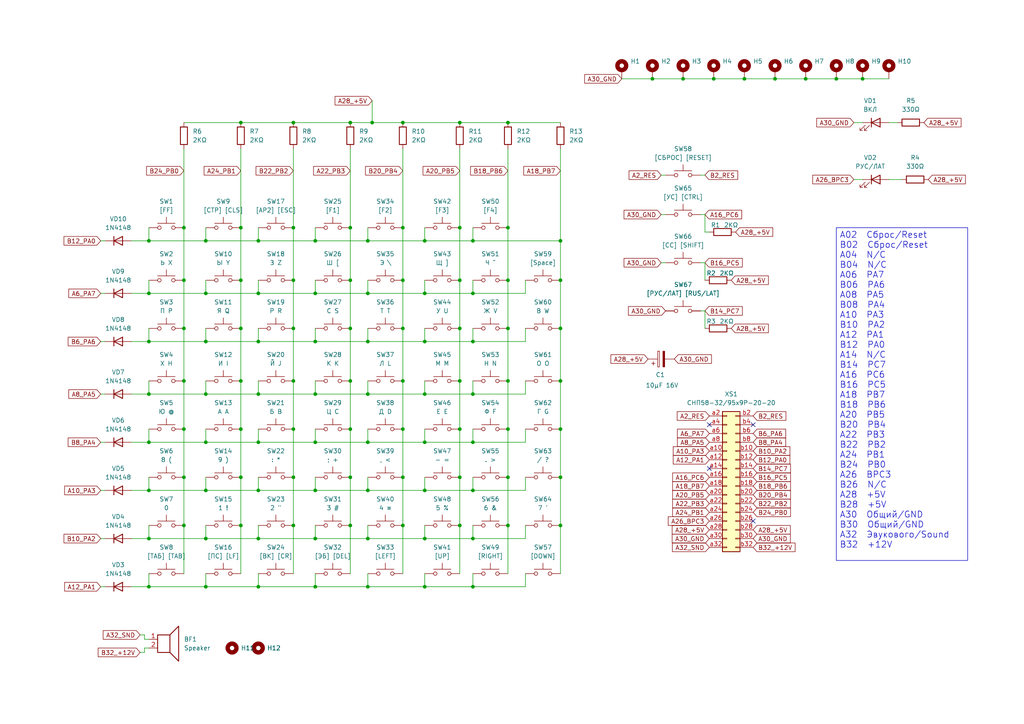
<source format=kicad_sch>
(kicad_sch (version 20250114) (generator "eeschema") (generator_version "9.0")
  (paper "A4")
  (title_block (title "Replacement Keyboad for УМПК-Р") (date "21-Apr-2025") (rev "B") (company "Brett Hallen") (comment 1 "www.youtube.com/@brfff"))
  (text_box "A02  Сброс/Reset\nB02  Сброс/Reset\nA04  N/C\nB04  N/C\nA06  PA7	\nB06  PA6\nA08  PA5\nB08  PA4\nA10  PA3\nB10  PA2\nA12  PA1\nB12  PA0\nA14  N/C\nB14  PC7\nA16  PC6\nB16  PC5\nA18  PB7\nB18  PB6\nA20  PB5\nB20  PB4\nA22  PB3\nB22  PB2\nA24  PB1\nB24  PB0\nA26  BPC3\nB26  N/C\nA28  +5V\nB28  +5V\nA30  Общий/GND\nB30  Общий/GND\nA32  Эвукового/Sound\nB32  +12V" (at 242.57 66.04 0) (size 38.1 96.52) (margins 0.9525 0.9525 0.9525 0.9525) (effects (font (size 1.8 1.8)) (justify left top)))
  (junction (at 85.09 95.25))
  (junction (at 106.68 69.85))
  (junction (at 43.18 69.85))
  (junction (at 69.85 95.25))
  (junction (at 137.16 69.85))
  (junction (at 162.56 124.46))
  (junction (at 91.44 114.3))
  (junction (at 147.32 152.4))
  (junction (at 43.18 99.06))
  (junction (at 91.44 142.24))
  (junction (at 137.16 128.27))
  (junction (at 53.34 95.25))
  (junction (at 69.85 138.43))
  (junction (at 106.68 170.18))
  (junction (at 59.69 99.06))
  (junction (at 101.6 35.56))
  (junction (at 116.84 110.49))
  (junction (at 116.84 81.28))
  (junction (at 215.9 22.86))
  (junction (at 74.93 114.3))
  (junction (at 91.44 99.06))
  (junction (at 69.85 66.04))
  (junction (at 43.18 142.24))
  (junction (at 116.84 124.46))
  (junction (at 59.69 128.27))
  (junction (at 101.6 124.46))
  (junction (at 43.18 156.21))
  (junction (at 101.6 138.43))
  (junction (at 101.6 152.4))
  (junction (at 59.69 170.18))
  (junction (at 91.44 128.27))
  (junction (at 133.35 138.43))
  (junction (at 53.34 152.4))
  (junction (at 53.34 110.49))
  (junction (at 116.84 138.43))
  (junction (at 123.19 170.18))
  (junction (at 116.84 66.04))
  (junction (at 162.56 69.85))
  (junction (at 242.57 22.86))
  (junction (at 74.93 156.21))
  (junction (at 74.93 85.09))
  (junction (at 147.32 66.04))
  (junction (at 224.79 22.86))
  (junction (at 137.16 99.06))
  (junction (at 106.68 99.06))
  (junction (at 43.18 128.27))
  (junction (at 85.09 138.43))
  (junction (at 137.16 85.09))
  (junction (at 162.56 81.28))
  (junction (at 147.32 81.28))
  (junction (at 147.32 138.43))
  (junction (at 147.32 110.49))
  (junction (at 59.69 85.09))
  (junction (at 123.19 85.09))
  (junction (at 85.09 110.49))
  (junction (at 116.84 152.4))
  (junction (at 162.56 95.25))
  (junction (at 162.56 152.4))
  (junction (at 101.6 110.49))
  (junction (at 133.35 110.49))
  (junction (at 43.18 170.18))
  (junction (at 116.84 95.25))
  (junction (at 101.6 81.28))
  (junction (at 91.44 170.18))
  (junction (at 207.01 22.86))
  (junction (at 74.93 69.85))
  (junction (at 69.85 152.4))
  (junction (at 233.68 22.86))
  (junction (at 116.84 35.56))
  (junction (at 123.19 156.21))
  (junction (at 69.85 81.28))
  (junction (at 69.85 35.56))
  (junction (at 91.44 156.21))
  (junction (at 85.09 35.56))
  (junction (at 137.16 142.24))
  (junction (at 91.44 69.85))
  (junction (at 69.85 124.46))
  (junction (at 59.69 142.24))
  (junction (at 74.93 170.18))
  (junction (at 106.68 142.24))
  (junction (at 123.19 142.24))
  (junction (at 162.56 138.43))
  (junction (at 250.19 22.86))
  (junction (at 43.18 85.09))
  (junction (at 53.34 66.04))
  (junction (at 59.69 69.85))
  (junction (at 123.19 69.85))
  (junction (at 53.34 138.43))
  (junction (at 162.56 110.49))
  (junction (at 123.19 128.27))
  (junction (at 74.93 99.06))
  (junction (at 123.19 99.06))
  (junction (at 133.35 35.56))
  (junction (at 133.35 124.46))
  (junction (at 85.09 152.4))
  (junction (at 133.35 66.04))
  (junction (at 101.6 95.25))
  (junction (at 106.68 156.21))
  (junction (at 59.69 156.21))
  (junction (at 69.85 110.49))
  (junction (at 147.32 95.25))
  (junction (at 147.32 124.46))
  (junction (at 85.09 81.28))
  (junction (at 133.35 95.25))
  (junction (at 106.68 114.3))
  (junction (at 91.44 85.09))
  (junction (at 53.34 124.46))
  (junction (at 85.09 124.46))
  (junction (at 74.93 128.27))
  (junction (at 133.35 152.4))
  (junction (at 101.6 66.04))
  (junction (at 53.34 81.28))
  (junction (at 106.68 128.27))
  (junction (at 137.16 114.3))
  (junction (at 85.09 66.04))
  (junction (at 137.16 156.21))
  (junction (at 189.23 22.86))
  (junction (at 137.16 170.18))
  (junction (at 43.18 114.3))
  (junction (at 123.19 114.3))
  (junction (at 59.69 114.3))
  (junction (at 133.35 81.28))
  (junction (at 198.12 22.86))
  (junction (at 147.32 35.56))
  (junction (at 74.93 142.24))
  (junction (at 106.68 85.09))
  (junction (at 107.95 35.56))
  (no_connect (at 218.44 151.13))
  (no_connect (at 218.44 123.19))
  (no_connect (at 205.74 123.19))
  (no_connect (at 205.74 135.89))
  (wire (pts (xy 74.93 95.25) (xy 74.93 99.06)))
  (wire (pts (xy 85.09 138.43) (xy 85.09 152.4)))
  (wire (pts (xy 123.19 110.49) (xy 123.19 114.3)))
  (wire (pts (xy 147.32 138.43) (xy 147.32 152.4)))
  (wire (pts (xy 43.18 124.46) (xy 43.18 128.27)))
  (wire (pts (xy 101.6 43.18) (xy 101.6 66.04)))
  (wire (pts (xy 180.34 22.86) (xy 189.23 22.86)))
  (wire (pts (xy 106.68 142.24) (xy 123.19 142.24)))
  (wire (pts (xy 133.35 35.56) (xy 147.32 35.56)))
  (wire (pts (xy 242.57 22.86) (xy 250.19 22.86)))
  (wire (pts (xy 137.16 152.4) (xy 137.16 156.21)))
  (wire (pts (xy 43.18 156.21) (xy 59.69 156.21)))
  (wire (pts (xy 137.16 110.49) (xy 137.16 114.3)))
  (wire (pts (xy 91.44 166.37) (xy 91.44 170.18)))
  (wire (pts (xy 53.34 152.4) (xy 53.34 166.37)))
  (wire (pts (xy 116.84 35.56) (xy 133.35 35.56)))
  (wire (pts (xy 101.6 138.43) (xy 101.6 152.4)))
  (wire (pts (xy 29.21 156.21) (xy 30.48 156.21)))
  (wire (pts (xy 162.56 152.4) (xy 162.56 166.37)))
  (wire (pts (xy 38.1 85.09) (xy 43.18 85.09)))
  (wire (pts (xy 38.1 99.06) (xy 43.18 99.06)))
  (wire (pts (xy 116.84 81.28) (xy 116.84 95.25)))
  (wire (pts (xy 116.84 138.43) (xy 116.84 152.4)))
  (wire (pts (xy 43.18 114.3) (xy 59.69 114.3)))
  (wire (pts (xy 162.56 43.18) (xy 162.56 69.85)))
  (wire (pts (xy 215.9 22.86) (xy 224.79 22.86)))
  (wire (pts (xy 133.35 110.49) (xy 133.35 124.46)))
  (wire (pts (xy 152.4 170.18) (xy 152.4 166.37)))
  (wire (pts (xy 69.85 138.43) (xy 69.85 152.4)))
  (wire (pts (xy 204.47 90.17) (xy 204.47 95.25)))
  (wire (pts (xy 85.09 110.49) (xy 85.09 124.46)))
  (wire (pts (xy 53.34 110.49) (xy 53.34 124.46)))
  (wire (pts (xy 59.69 128.27) (xy 74.93 128.27)))
  (wire (pts (xy 162.56 69.85) (xy 162.56 81.28)))
  (wire (pts (xy 137.16 124.46) (xy 137.16 128.27)))
  (wire (pts (xy 203.2 90.17) (xy 204.47 90.17)))
  (wire (pts (xy 85.09 124.46) (xy 85.09 138.43)))
  (wire (pts (xy 133.35 43.18) (xy 133.35 66.04)))
  (wire (pts (xy 137.16 138.43) (xy 137.16 142.24)))
  (wire (pts (xy 162.56 95.25) (xy 162.56 110.49)))
  (wire (pts (xy 137.16 170.18) (xy 152.4 170.18)))
  (wire (pts (xy 43.18 142.24) (xy 59.69 142.24)))
  (wire (pts (xy 69.85 35.56) (xy 85.09 35.56)))
  (wire (pts (xy 74.93 152.4) (xy 74.93 156.21)))
  (wire (pts (xy 91.44 81.28) (xy 91.44 85.09)))
  (wire (pts (xy 133.35 152.4) (xy 133.35 166.37)))
  (wire (pts (xy 59.69 138.43) (xy 59.69 142.24)))
  (wire (pts (xy 59.69 170.18) (xy 74.93 170.18)))
  (wire (pts (xy 101.6 81.28) (xy 101.6 95.25)))
  (wire (pts (xy 101.6 35.56) (xy 107.95 35.56)))
  (wire (pts (xy 91.44 69.85) (xy 106.68 69.85)))
  (wire (pts (xy 162.56 110.49) (xy 162.56 124.46)))
  (wire (pts (xy 147.32 43.18) (xy 147.32 66.04)))
  (wire (pts (xy 147.32 124.46) (xy 147.32 138.43)))
  (wire (pts (xy 116.84 152.4) (xy 116.84 166.37)))
  (wire (pts (xy 116.84 66.04) (xy 116.84 81.28)))
  (wire (pts (xy 204.47 62.23) (xy 203.2 62.23)))
  (wire (pts (xy 106.68 128.27) (xy 123.19 128.27)))
  (wire (pts (xy 137.16 142.24) (xy 152.4 142.24)))
  (wire (pts (xy 43.18 110.49) (xy 43.18 114.3)))
  (wire (pts (xy 41.91 189.23) (xy 41.91 187.96)))
  (wire (pts (xy 147.32 110.49) (xy 147.32 124.46)))
  (wire (pts (xy 74.93 110.49) (xy 74.93 114.3)))
  (wire (pts (xy 38.1 170.18) (xy 43.18 170.18)))
  (wire (pts (xy 101.6 124.46) (xy 101.6 138.43)))
  (wire (pts (xy 29.21 85.09) (xy 30.48 85.09)))
  (wire (pts (xy 106.68 114.3) (xy 123.19 114.3)))
  (wire (pts (xy 137.16 99.06) (xy 152.4 99.06)))
  (wire (pts (xy 204.47 62.23) (xy 204.47 67.31)))
  (wire (pts (xy 69.85 95.25) (xy 69.85 110.49)))
  (wire (pts (xy 106.68 156.21) (xy 123.19 156.21)))
  (wire (pts (xy 152.4 114.3) (xy 152.4 110.49)))
  (wire (pts (xy 38.1 128.27) (xy 43.18 128.27)))
  (wire (pts (xy 41.91 185.42) (xy 43.18 185.42)))
  (wire (pts (xy 59.69 114.3) (xy 74.93 114.3)))
  (wire (pts (xy 53.34 81.28) (xy 53.34 95.25)))
  (wire (pts (xy 147.32 35.56) (xy 162.56 35.56)))
  (wire (pts (xy 152.4 99.06) (xy 152.4 95.25)))
  (wire (pts (xy 123.19 85.09) (xy 137.16 85.09)))
  (wire (pts (xy 106.68 138.43) (xy 106.68 142.24)))
  (wire (pts (xy 69.85 110.49) (xy 69.85 124.46)))
  (wire (pts (xy 123.19 124.46) (xy 123.19 128.27)))
  (wire (pts (xy 91.44 110.49) (xy 91.44 114.3)))
  (wire (pts (xy 133.35 124.46) (xy 133.35 138.43)))
  (wire (pts (xy 106.68 99.06) (xy 123.19 99.06)))
  (wire (pts (xy 106.68 85.09) (xy 123.19 85.09)))
  (wire (pts (xy 133.35 95.25) (xy 133.35 110.49)))
  (wire (pts (xy 29.21 99.06) (xy 30.48 99.06)))
  (wire (pts (xy 123.19 156.21) (xy 137.16 156.21)))
  (wire (pts (xy 162.56 124.46) (xy 162.56 138.43)))
  (wire (pts (xy 250.19 22.86) (xy 257.81 22.86)))
  (wire (pts (xy 91.44 170.18) (xy 106.68 170.18)))
  (wire (pts (xy 43.18 128.27) (xy 59.69 128.27)))
  (wire (pts (xy 53.34 43.18) (xy 53.34 66.04)))
  (wire (pts (xy 59.69 81.28) (xy 59.69 85.09)))
  (wire (pts (xy 74.93 166.37) (xy 74.93 170.18)))
  (wire (pts (xy 106.68 170.18) (xy 123.19 170.18)))
  (wire (pts (xy 69.85 124.46) (xy 69.85 138.43)))
  (wire (pts (xy 69.85 152.4) (xy 69.85 166.37)))
  (wire (pts (xy 123.19 128.27) (xy 137.16 128.27)))
  (wire (pts (xy 106.68 81.28) (xy 106.68 85.09)))
  (wire (pts (xy 116.84 124.46) (xy 116.84 138.43)))
  (wire (pts (xy 116.84 110.49) (xy 116.84 124.46)))
  (wire (pts (xy 29.21 114.3) (xy 30.48 114.3)))
  (wire (pts (xy 137.16 166.37) (xy 137.16 170.18)))
  (wire (pts (xy 250.19 35.56) (xy 247.65 35.56)))
  (wire (pts (xy 40.64 189.23) (xy 41.91 189.23)))
  (wire (pts (xy 101.6 95.25) (xy 101.6 110.49)))
  (wire (pts (xy 74.93 138.43) (xy 74.93 142.24)))
  (wire (pts (xy 91.44 99.06) (xy 106.68 99.06)))
  (wire (pts (xy 250.19 52.07) (xy 247.65 52.07)))
  (wire (pts (xy 29.21 69.85) (xy 30.48 69.85)))
  (wire (pts (xy 41.91 187.96) (xy 43.18 187.96)))
  (wire (pts (xy 69.85 43.18) (xy 69.85 66.04)))
  (wire (pts (xy 257.81 35.56) (xy 260.35 35.56)))
  (wire (pts (xy 59.69 95.25) (xy 59.69 99.06)))
  (wire (pts (xy 74.93 156.21) (xy 91.44 156.21)))
  (wire (pts (xy 101.6 152.4) (xy 101.6 166.37)))
  (wire (pts (xy 43.18 69.85) (xy 59.69 69.85)))
  (wire (pts (xy 74.93 85.09) (xy 91.44 85.09)))
  (wire (pts (xy 74.93 124.46) (xy 74.93 128.27)))
  (wire (pts (xy 137.16 81.28) (xy 137.16 85.09)))
  (wire (pts (xy 207.01 22.86) (xy 215.9 22.86)))
  (wire (pts (xy 69.85 66.04) (xy 69.85 81.28)))
  (wire (pts (xy 137.16 128.27) (xy 152.4 128.27)))
  (wire (pts (xy 123.19 66.04) (xy 123.19 69.85)))
  (wire (pts (xy 41.91 184.15) (xy 41.91 185.42)))
  (wire (pts (xy 59.69 85.09) (xy 74.93 85.09)))
  (wire (pts (xy 133.35 66.04) (xy 133.35 81.28)))
  (wire (pts (xy 257.81 52.07) (xy 261.62 52.07)))
  (wire (pts (xy 147.32 152.4) (xy 147.32 166.37)))
  (wire (pts (xy 137.16 69.85) (xy 162.56 69.85)))
  (wire (pts (xy 74.93 99.06) (xy 91.44 99.06)))
  (wire (pts (xy 59.69 124.46) (xy 59.69 128.27)))
  (wire (pts (xy 85.09 152.4) (xy 85.09 166.37)))
  (wire (pts (xy 123.19 152.4) (xy 123.19 156.21)))
  (wire (pts (xy 147.32 66.04) (xy 147.32 81.28)))
  (wire (pts (xy 85.09 66.04) (xy 85.09 81.28)))
  (wire (pts (xy 91.44 114.3) (xy 106.68 114.3)))
  (wire (pts (xy 116.84 95.25) (xy 116.84 110.49)))
  (wire (pts (xy 91.44 124.46) (xy 91.44 128.27)))
  (wire (pts (xy 59.69 152.4) (xy 59.69 156.21)))
  (wire (pts (xy 101.6 110.49) (xy 101.6 124.46)))
  (wire (pts (xy 204.47 50.8) (xy 203.2 50.8)))
  (wire (pts (xy 53.34 66.04) (xy 53.34 81.28)))
  (wire (pts (xy 91.44 95.25) (xy 91.44 99.06)))
  (wire (pts (xy 152.4 156.21) (xy 152.4 152.4)))
  (wire (pts (xy 74.93 142.24) (xy 91.44 142.24)))
  (wire (pts (xy 74.93 69.85) (xy 91.44 69.85)))
  (wire (pts (xy 43.18 95.25) (xy 43.18 99.06)))
  (wire (pts (xy 152.4 128.27) (xy 152.4 124.46)))
  (wire (pts (xy 106.68 69.85) (xy 123.19 69.85)))
  (wire (pts (xy 152.4 142.24) (xy 152.4 138.43)))
  (wire (pts (xy 107.95 29.21) (xy 107.95 35.56)))
  (wire (pts (xy 123.19 142.24) (xy 137.16 142.24)))
  (wire (pts (xy 59.69 142.24) (xy 74.93 142.24)))
  (wire (pts (xy 106.68 95.25) (xy 106.68 99.06)))
  (wire (pts (xy 29.21 128.27) (xy 30.48 128.27)))
  (wire (pts (xy 43.18 81.28) (xy 43.18 85.09)))
  (wire (pts (xy 204.47 67.31) (xy 205.74 67.31)))
  (wire (pts (xy 191.77 62.23) (xy 193.04 62.23)))
  (wire (pts (xy 59.69 166.37) (xy 59.69 170.18)))
  (wire (pts (xy 85.09 81.28) (xy 85.09 95.25)))
  (wire (pts (xy 198.12 22.86) (xy 207.01 22.86)))
  (wire (pts (xy 91.44 128.27) (xy 106.68 128.27)))
  (wire (pts (xy 59.69 69.85) (xy 74.93 69.85)))
  (wire (pts (xy 147.32 95.25) (xy 147.32 110.49)))
  (wire (pts (xy 59.69 66.04) (xy 59.69 69.85)))
  (wire (pts (xy 43.18 166.37) (xy 43.18 170.18)))
  (wire (pts (xy 53.34 138.43) (xy 53.34 152.4)))
  (wire (pts (xy 204.47 76.2) (xy 204.47 81.28)))
  (wire (pts (xy 116.84 43.18) (xy 116.84 66.04)))
  (wire (pts (xy 59.69 99.06) (xy 74.93 99.06)))
  (wire (pts (xy 152.4 85.09) (xy 152.4 81.28)))
  (wire (pts (xy 74.93 114.3) (xy 91.44 114.3)))
  (wire (pts (xy 85.09 35.56) (xy 101.6 35.56)))
  (wire (pts (xy 53.34 124.46) (xy 53.34 138.43)))
  (wire (pts (xy 123.19 170.18) (xy 137.16 170.18)))
  (wire (pts (xy 106.68 124.46) (xy 106.68 128.27)))
  (wire (pts (xy 74.93 81.28) (xy 74.93 85.09)))
  (wire (pts (xy 91.44 142.24) (xy 106.68 142.24)))
  (wire (pts (xy 137.16 156.21) (xy 152.4 156.21)))
  (wire (pts (xy 91.44 138.43) (xy 91.44 142.24)))
  (wire (pts (xy 43.18 66.04) (xy 43.18 69.85)))
  (wire (pts (xy 53.34 35.56) (xy 69.85 35.56)))
  (wire (pts (xy 106.68 66.04) (xy 106.68 69.85)))
  (wire (pts (xy 123.19 166.37) (xy 123.19 170.18)))
  (wire (pts (xy 137.16 95.25) (xy 137.16 99.06)))
  (wire (pts (xy 191.77 50.8) (xy 193.04 50.8)))
  (wire (pts (xy 74.93 128.27) (xy 91.44 128.27)))
  (wire (pts (xy 224.79 22.86) (xy 233.68 22.86)))
  (wire (pts (xy 137.16 85.09) (xy 152.4 85.09)))
  (wire (pts (xy 107.95 35.56) (xy 116.84 35.56)))
  (wire (pts (xy 123.19 69.85) (xy 137.16 69.85)))
  (wire (pts (xy 123.19 138.43) (xy 123.19 142.24)))
  (wire (pts (xy 191.77 76.2) (xy 193.04 76.2)))
  (wire (pts (xy 69.85 81.28) (xy 69.85 95.25)))
  (wire (pts (xy 91.44 66.04) (xy 91.44 69.85)))
  (wire (pts (xy 106.68 110.49) (xy 106.68 114.3)))
  (wire (pts (xy 91.44 152.4) (xy 91.44 156.21)))
  (wire (pts (xy 91.44 85.09) (xy 106.68 85.09)))
  (wire (pts (xy 123.19 95.25) (xy 123.19 99.06)))
  (wire (pts (xy 106.68 166.37) (xy 106.68 170.18)))
  (wire (pts (xy 147.32 81.28) (xy 147.32 95.25)))
  (wire (pts (xy 189.23 22.86) (xy 198.12 22.86)))
  (wire (pts (xy 29.21 170.18) (xy 30.48 170.18)))
  (wire (pts (xy 101.6 66.04) (xy 101.6 81.28)))
  (wire (pts (xy 29.21 142.24) (xy 30.48 142.24)))
  (wire (pts (xy 233.68 22.86) (xy 242.57 22.86)))
  (wire (pts (xy 53.34 95.25) (xy 53.34 110.49)))
  (wire (pts (xy 43.18 138.43) (xy 43.18 142.24)))
  (wire (pts (xy 123.19 99.06) (xy 137.16 99.06)))
  (wire (pts (xy 38.1 156.21) (xy 43.18 156.21)))
  (wire (pts (xy 137.16 114.3) (xy 152.4 114.3)))
  (wire (pts (xy 85.09 95.25) (xy 85.09 110.49)))
  (wire (pts (xy 106.68 152.4) (xy 106.68 156.21)))
  (wire (pts (xy 43.18 99.06) (xy 59.69 99.06)))
  (wire (pts (xy 133.35 138.43) (xy 133.35 152.4)))
  (wire (pts (xy 204.47 76.2) (xy 203.2 76.2)))
  (wire (pts (xy 59.69 156.21) (xy 74.93 156.21)))
  (wire (pts (xy 123.19 114.3) (xy 137.16 114.3)))
  (wire (pts (xy 74.93 170.18) (xy 91.44 170.18)))
  (wire (pts (xy 38.1 142.24) (xy 43.18 142.24)))
  (wire (pts (xy 162.56 138.43) (xy 162.56 152.4)))
  (wire (pts (xy 162.56 81.28) (xy 162.56 95.25)))
  (wire (pts (xy 59.69 110.49) (xy 59.69 114.3)))
  (wire (pts (xy 74.93 66.04) (xy 74.93 69.85)))
  (wire (pts (xy 133.35 81.28) (xy 133.35 95.25)))
  (wire (pts (xy 43.18 152.4) (xy 43.18 156.21)))
  (wire (pts (xy 38.1 114.3) (xy 43.18 114.3)))
  (wire (pts (xy 43.18 170.18) (xy 59.69 170.18)))
  (wire (pts (xy 43.18 85.09) (xy 59.69 85.09)))
  (wire (pts (xy 123.19 81.28) (xy 123.19 85.09)))
  (wire (pts (xy 40.64 184.15) (xy 41.91 184.15)))
  (wire (pts (xy 38.1 69.85) (xy 43.18 69.85)))
  (wire (pts (xy 91.44 156.21) (xy 106.68 156.21)))
  (wire (pts (xy 137.16 66.04) (xy 137.16 69.85)))
  (wire (pts (xy 85.09 43.18) (xy 85.09 66.04)))
  (global_label "B12_PA0" (shape input) (at 218.44 133.35 0) (property "Intersheetrefs" "${INTERSHEET_REFS}" (effects (hide yes))))
  (global_label "A16_PC6" (shape input) (at 205.74 138.43 180) (property "Intersheetrefs" "${INTERSHEET_REFS}" (effects (hide yes))))
  (global_label "B32_+12V" (shape input) (at 218.44 158.75 0) (property "Intersheetrefs" "${INTERSHEET_REFS}" (effects (hide yes))))
  (global_label "A22_PB3" (shape input) (at 101.6 49.53 180) (property "Intersheetrefs" "${INTERSHEET_REFS}" (effects (hide yes))))
  (global_label "A6_PA7" (shape input) (at 205.74 125.73 180) (property "Intersheetrefs" "${INTERSHEET_REFS}" (effects (hide yes))))
  (global_label "A32_SND" (shape input) (at 205.74 158.75 180) (property "Intersheetrefs" "${INTERSHEET_REFS}" (effects (hide yes))))
  (global_label "B24_PB0" (shape input) (at 53.34 49.53 180) (property "Intersheetrefs" "${INTERSHEET_REFS}" (effects (hide yes))))
  (global_label "A30_GND" (shape input) (at 205.74 156.21 180) (property "Intersheetrefs" "${INTERSHEET_REFS}" (effects (hide yes))))
  (global_label "B2_RES" (shape input) (at 204.47 50.8 0) (property "Intersheetrefs" "${INTERSHEET_REFS}" (effects (hide yes))))
  (global_label "A26_BPC3" (shape input) (at 247.65 52.07 180) (property "Intersheetrefs" "${INTERSHEET_REFS}" (effects (hide yes))))
  (global_label "B20_PB4" (shape input) (at 218.44 143.51 0) (property "Intersheetrefs" "${INTERSHEET_REFS}" (effects (hide yes))))
  (global_label "B18_PB6" (shape input) (at 218.44 140.97 0) (property "Intersheetrefs" "${INTERSHEET_REFS}" (effects (hide yes))))
  (global_label "B20_PB4" (shape input) (at 116.84 49.53 180) (property "Intersheetrefs" "${INTERSHEET_REFS}" (effects (hide yes))))
  (global_label "A2_RES" (shape input) (at 205.74 120.65 180) (property "Intersheetrefs" "${INTERSHEET_REFS}" (effects (hide yes))))
  (global_label "A2_RES" (shape input) (at 191.77 50.8 180) (property "Intersheetrefs" "${INTERSHEET_REFS}" (effects (hide yes))))
  (global_label "A30_GND" (shape input) (at 191.77 76.2 180) (property "Intersheetrefs" "${INTERSHEET_REFS}" (effects (hide yes))))
  (global_label "A10_PA3" (shape input) (at 29.21 142.24 180) (property "Intersheetrefs" "${INTERSHEET_REFS}" (effects (hide yes))))
  (global_label "B16_PC5" (shape input) (at 204.47 76.2 0) (property "Intersheetrefs" "${INTERSHEET_REFS}" (effects (hide yes))))
  (global_label "A28_+5V" (shape input) (at 218.44 153.67 0) (property "Intersheetrefs" "${INTERSHEET_REFS}" (effects (hide yes))))
  (global_label "B14_PC7" (shape input) (at 218.44 135.89 0) (property "Intersheetrefs" "${INTERSHEET_REFS}" (effects (hide yes))))
  (global_label "B12_PA0" (shape input) (at 29.21 69.85 180) (property "Intersheetrefs" "${INTERSHEET_REFS}" (effects (hide yes))))
  (global_label "A6_PA7" (shape input) (at 29.21 85.09 180) (property "Intersheetrefs" "${INTERSHEET_REFS}" (effects (hide yes))))
  (global_label "A18_PB7" (shape input) (at 162.56 49.53 180) (property "Intersheetrefs" "${INTERSHEET_REFS}" (effects (hide yes))))
  (global_label "B24_PB0" (shape input) (at 218.44 148.59 0) (property "Intersheetrefs" "${INTERSHEET_REFS}" (effects (hide yes))))
  (global_label "A12_PA1" (shape input) (at 29.21 170.18 180) (property "Intersheetrefs" "${INTERSHEET_REFS}" (effects (hide yes))))
  (global_label "A28_+5V" (shape input) (at 269.24 52.07 0) (property "Intersheetrefs" "${INTERSHEET_REFS}" (effects (hide yes))))
  (global_label "B22_PB2" (shape input) (at 218.44 146.05 0) (property "Intersheetrefs" "${INTERSHEET_REFS}" (effects (hide yes))))
  (global_label "A28_+5V" (shape input) (at 213.36 67.31 0) (property "Intersheetrefs" "${INTERSHEET_REFS}" (effects (hide yes))))
  (global_label "B8_PA4" (shape input) (at 29.21 128.27 180) (property "Intersheetrefs" "${INTERSHEET_REFS}" (effects (hide yes))))
  (global_label "B2_RES" (shape input) (at 218.44 120.65 0) (property "Intersheetrefs" "${INTERSHEET_REFS}" (effects (hide yes))))
  (global_label "A28_+5V" (shape input) (at 267.97 35.56 0) (property "Intersheetrefs" "${INTERSHEET_REFS}" (effects (hide yes))))
  (global_label "A20_PB5" (shape input) (at 133.35 49.53 180) (property "Intersheetrefs" "${INTERSHEET_REFS}" (effects (hide yes))))
  (global_label "A24_PB1" (shape input) (at 69.85 49.53 180) (property "Intersheetrefs" "${INTERSHEET_REFS}" (effects (hide yes))))
  (global_label "A30_GND" (shape input) (at 180.34 22.86 180) (property "Intersheetrefs" "${INTERSHEET_REFS}" (effects (hide yes))))
  (global_label "B18_PB6" (shape input) (at 147.32 49.53 180) (property "Intersheetrefs" "${INTERSHEET_REFS}" (effects (hide yes))))
  (global_label "B32_+12V" (shape input) (at 40.64 189.23 180) (property "Intersheetrefs" "${INTERSHEET_REFS}" (effects (hide yes))))
  (global_label "A30_GND" (shape input) (at 195.58 104.14 0) (property "Intersheetrefs" "${INTERSHEET_REFS}" (effects (hide yes))))
  (global_label "A26_BPC3" (shape input) (at 205.74 151.13 180) (property "Intersheetrefs" "${INTERSHEET_REFS}" (effects (hide yes))))
  (global_label "A12_PA1" (shape input) (at 205.74 133.35 180) (property "Intersheetrefs" "${INTERSHEET_REFS}" (effects (hide yes))))
  (global_label "A20_PB5" (shape input) (at 205.74 143.51 180) (property "Intersheetrefs" "${INTERSHEET_REFS}" (effects (hide yes))))
  (global_label "A28_+5V" (shape input) (at 212.09 95.25 0) (property "Intersheetrefs" "${INTERSHEET_REFS}" (effects (hide yes))))
  (global_label "A30_GND" (shape input) (at 247.65 35.56 180) (property "Intersheetrefs" "${INTERSHEET_REFS}" (effects (hide yes))))
  (global_label "B22_PB2" (shape input) (at 85.09 49.53 180) (property "Intersheetrefs" "${INTERSHEET_REFS}" (effects (hide yes))))
  (global_label "B16_PC5" (shape input) (at 218.44 138.43 0) (property "Intersheetrefs" "${INTERSHEET_REFS}" (effects (hide yes))))
  (global_label "A28_+5V" (shape input) (at 107.95 29.21 180) (property "Intersheetrefs" "${INTERSHEET_REFS}" (effects (hide yes))))
  (global_label "A24_PB1" (shape input) (at 205.74 148.59 180) (property "Intersheetrefs" "${INTERSHEET_REFS}" (effects (hide yes))))
  (global_label "A30_GND" (shape input) (at 193.04 90.17 180) (property "Intersheetrefs" "${INTERSHEET_REFS}" (effects (hide yes))))
  (global_label "A30_GND" (shape input) (at 191.77 62.23 180) (property "Intersheetrefs" "${INTERSHEET_REFS}" (effects (hide yes))))
  (global_label "B8_PA4" (shape input) (at 218.44 128.27 0) (property "Intersheetrefs" "${INTERSHEET_REFS}" (effects (hide yes))))
  (global_label "A28_+5V" (shape input) (at 187.96 104.14 180) (property "Intersheetrefs" "${INTERSHEET_REFS}" (effects (hide yes))))
  (global_label "A28_+5V" (shape input) (at 205.74 153.67 180) (property "Intersheetrefs" "${INTERSHEET_REFS}" (effects (hide yes))))
  (global_label "A18_PB7" (shape input) (at 205.74 140.97 180) (property "Intersheetrefs" "${INTERSHEET_REFS}" (effects (hide yes))))
  (global_label "A32_SND" (shape input) (at 40.64 184.15 180) (property "Intersheetrefs" "${INTERSHEET_REFS}" (effects (hide yes))))
  (global_label "A16_PC6" (shape input) (at 204.47 62.23 0) (property "Intersheetrefs" "${INTERSHEET_REFS}" (effects (hide yes))))
  (global_label "A22_PB3" (shape input) (at 205.74 146.05 180) (property "Intersheetrefs" "${INTERSHEET_REFS}" (effects (hide yes))))
  (global_label "B6_PA6" (shape input) (at 218.44 125.73 0) (property "Intersheetrefs" "${INTERSHEET_REFS}" (effects (hide yes))))
  (global_label "B6_PA6" (shape input) (at 29.21 99.06 180) (property "Intersheetrefs" "${INTERSHEET_REFS}" (effects (hide yes))))
  (global_label "A8_PA5" (shape input) (at 29.21 114.3 180) (property "Intersheetrefs" "${INTERSHEET_REFS}" (effects (hide yes))))
  (global_label "A28_+5V" (shape input) (at 212.09 81.28 0) (property "Intersheetrefs" "${INTERSHEET_REFS}" (effects (hide yes))))
  (global_label "A8_PA5" (shape input) (at 205.74 128.27 180) (property "Intersheetrefs" "${INTERSHEET_REFS}" (effects (hide yes))))
  (global_label "A10_PA3" (shape input) (at 205.74 130.81 180) (property "Intersheetrefs" "${INTERSHEET_REFS}" (effects (hide yes))))
  (global_label "B10_PA2" (shape input) (at 218.44 130.81 0) (property "Intersheetrefs" "${INTERSHEET_REFS}" (effects (hide yes))))
  (global_label "B14_PC7" (shape input) (at 204.47 90.17 0) (property "Intersheetrefs" "${INTERSHEET_REFS}" (effects (hide yes))))
  (global_label "A30_GND" (shape input) (at 218.44 156.21 0) (property "Intersheetrefs" "${INTERSHEET_REFS}" (effects (hide yes))))
  (global_label "B10_PA2" (shape input) (at 29.21 156.21 180) (property "Intersheetrefs" "${INTERSHEET_REFS}" (effects (hide yes))))
  (symbol (lib_id "Switch:SW_Push") (at 80.01 95.25 0) (unit 1)
    (property "Reference" "SW19" (at 80.01 87.63 0))
    (property "Value" "Р R" (at 80.01 90.17 0))
    (property "Footprint" "PCM_Switch_Keyboard_Cherry_MX:SW_Cherry_MX_PCB_1.00u" (effects (hide yes)))
    (property "Description" "Push button switch, generic, two pins" (effects (hide yes)))
  )
  (symbol (lib_id "Switch:SW_Push") (at 48.26 166.37 0) (unit 1)
    (property "Reference" "SW8" (at 48.26 158.75 0))
    (property "Value" "[ТАБ] [TAB]" (at 48.26 161.29 0))
    (property "Footprint" "PCM_Switch_Keyboard_Cherry_MX:SW_Cherry_MX_PCB_1.00u" (effects (hide yes)))
    (property "Description" "Push button switch, generic, two pins" (effects (hide yes)))
  )
  (symbol (lib_id "Switch:SW_Push") (at 48.26 152.4 0) (unit 1)
    (property "Reference" "SW7" (at 48.26 144.78 0))
    (property "Value" "0" (at 48.26 147.32 0))
    (property "Footprint" "PCM_Switch_Keyboard_Cherry_MX:SW_Cherry_MX_PCB_1.00u" (effects (hide yes)))
    (property "Description" "Push button switch, generic, two pins" (effects (hide yes)))
  )
  (symbol (lib_id "Switch:SW_Push") (at 111.76 95.25 0) (unit 1)
    (property "Reference" "SW36" (at 111.76 87.63 0))
    (property "Value" "Т T" (at 111.76 90.17 0))
    (property "Footprint" "PCM_Switch_Keyboard_Cherry_MX:SW_Cherry_MX_PCB_1.00u" (effects (hide yes)))
    (property "Description" "Push button switch, generic, two pins" (effects (hide yes)))
  )
  (symbol (lib_id "Switch:SW_Push") (at 157.48 138.43 0) (unit 1)
    (property "Reference" "SW63" (at 157.48 130.81 0))
    (property "Value" "/ ?" (at 157.48 133.35 0))
    (property "Footprint" "PCM_Switch_Keyboard_Cherry_MX:SW_Cherry_MX_PCB_1.00u" (effects (hide yes)))
    (property "Description" "Push button switch, generic, two pins" (effects (hide yes)))
  )
  (symbol (lib_id "Switch:SW_Push") (at 111.76 152.4 0) (unit 1)
    (property "Reference" "SW40" (at 111.76 144.78 0))
    (property "Value" "4 ¤" (at 111.76 147.32 0))
    (property "Footprint" "PCM_Switch_Keyboard_Cherry_MX:SW_Cherry_MX_PCB_1.00u" (effects (hide yes)))
    (property "Description" "Push button switch, generic, two pins" (effects (hide yes)))
  )
  (symbol (lib_id "Switch:SW_Push") (at 198.12 90.17 0) (unit 1)
    (property "Reference" "SW67" (at 198.12 82.55 0))
    (property "Value" "[РУС/ЛАТ] [RUS/LAT]" (at 198.12 85.09 0))
    (property "Footprint" "PCM_Switch_Keyboard_Cherry_MX:SW_Cherry_MX_PCB_1.00u" (effects (hide yes)))
    (property "Description" "Push button switch, generic, two pins" (effects (hide yes)))
  )
  (symbol (lib_id "Device:R") (at 85.09 39.37 0) (unit 1)
    (property "Reference" "R8" (at 87.63 38.0999 0) (effects (justify left)))
    (property "Value" "2KΩ" (at 87.63 40.6399 0) (effects (justify left)))
    (property "Footprint" "Resistor_THT:R_Axial_DIN0207_L6.3mm_D2.5mm_P7.62mm_Horizontal" (effects (hide yes)))
    (property "Description" "Resistor" (effects (hide yes)))
  )
  (symbol (lib_id "Mechanical:MountingHole") (at 67.31 187.96 0) (unit 1) (exclude_from_sim yes) (in_bom no)
    (property "Reference" "H11" (at 69.85 187.9599 0) (effects (justify left)))
    (property "Value" "MountingHole" (effects (hide yes)))
    (property "Footprint" "MountingHole:MountingHole_3.2mm_M3" (effects (hide yes)))
    (property "Description" "Mounting Hole without connection" (effects (hide yes)))
  )
  (symbol (lib_id "Switch:SW_Push") (at 111.76 124.46 0) (unit 1)
    (property "Reference" "SW38" (at 111.76 116.84 0))
    (property "Value" "Д D" (at 111.76 119.38 0))
    (property "Footprint" "PCM_Switch_Keyboard_Cherry_MX:SW_Cherry_MX_PCB_1.00u" (effects (hide yes)))
    (property "Description" "Push button switch, generic, two pins" (effects (hide yes)))
  )
  (symbol (lib_id "Switch:SW_Push") (at 96.52 166.37 0) (unit 1)
    (property "Reference" "SW32" (at 96.52 158.75 0))
    (property "Value" "[ЭБ] [DEL]" (at 96.52 161.29 0))
    (property "Footprint" "PCM_Switch_Keyboard_Cherry_MX:SW_Cherry_MX_PCB_1.00u" (effects (hide yes)))
    (property "Description" "Push button switch, generic, two pins" (effects (hide yes)))
  )
  (symbol (lib_id "Switch:SW_Push") (at 142.24 66.04 0) (unit 1)
    (property "Reference" "SW50" (at 142.24 58.42 0))
    (property "Value" "[F4]" (at 142.24 60.96 0))
    (property "Footprint" "PCM_Switch_Keyboard_Cherry_MX:SW_Cherry_MX_PCB_1.00u" (effects (hide yes)))
    (property "Description" "Push button switch, generic, two pins" (effects (hide yes)))
  )
  (symbol (lib_id "Switch:SW_Push") (at 128.27 66.04 0) (unit 1)
    (property "Reference" "SW42" (at 128.27 58.42 0))
    (property "Value" "[F3]" (at 128.27 60.96 0))
    (property "Footprint" "PCM_Switch_Keyboard_Cherry_MX:SW_Cherry_MX_PCB_1.00u" (effects (hide yes)))
    (property "Description" "Push button switch, generic, two pins" (effects (hide yes)))
  )
  (symbol (lib_id "Mechanical:MountingHole_Pad") (at 207.01 20.32 0) (unit 1) (exclude_from_sim yes) (in_bom no)
    (property "Reference" "H4" (at 209.55 17.7799 0) (effects (justify left)))
    (property "Value" "MountingHole_Pad" (effects (hide yes)))
    (property "Footprint" "MountingHole:MountingHole_3.2mm_M3_Pad" (effects (hide yes)))
    (property "Description" "Mounting Hole with connection" (effects (hide yes)))
  )
  (symbol (lib_id "Switch:SW_Push") (at 111.76 110.49 0) (unit 1)
    (property "Reference" "SW37" (at 111.76 102.87 0))
    (property "Value" "Л L" (at 111.76 105.41 0))
    (property "Footprint" "PCM_Switch_Keyboard_Cherry_MX:SW_Cherry_MX_PCB_1.00u" (effects (hide yes)))
    (property "Description" "Push button switch, generic, two pins" (effects (hide yes)))
  )
  (symbol (lib_id "Device:R") (at 116.84 39.37 0) (unit 1)
    (property "Reference" "R10" (at 119.38 38.0999 0) (effects (justify left)))
    (property "Value" "2KΩ" (at 119.38 40.6399 0) (effects (justify left)))
    (property "Footprint" "Resistor_THT:R_Axial_DIN0207_L6.3mm_D2.5mm_P7.62mm_Horizontal" (effects (hide yes)))
    (property "Description" "Resistor" (effects (hide yes)))
  )
  (symbol (lib_id "Switch:SW_Push") (at 128.27 81.28 0) (unit 1)
    (property "Reference" "SW43" (at 128.27 73.66 0))
    (property "Value" "Щ ]" (at 128.27 76.2 0))
    (property "Footprint" "PCM_Switch_Keyboard_Cherry_MX:SW_Cherry_MX_PCB_1.00u" (effects (hide yes)))
    (property "Description" "Push button switch, generic, two pins" (effects (hide yes)))
  )
  (symbol (lib_id "Switch:SW_Push") (at 48.26 95.25 0) (unit 1)
    (property "Reference" "SW3" (at 48.26 87.63 0))
    (property "Value" "П P" (at 48.26 90.17 0))
    (property "Footprint" "PCM_Switch_Keyboard_Cherry_MX:SW_Cherry_MX_PCB_1.00u" (effects (hide yes)))
    (property "Description" "Push button switch, generic, two pins" (effects (hide yes)))
  )
  (symbol (lib_id "Switch:SW_Push") (at 157.48 152.4 0) (unit 1)
    (property "Reference" "SW64" (at 157.48 144.78 0))
    (property "Value" "7 '" (at 157.48 147.32 0))
    (property "Footprint" "PCM_Switch_Keyboard_Cherry_MX:SW_Cherry_MX_PCB_1.00u" (effects (hide yes)))
    (property "Description" "Push button switch, generic, two pins" (effects (hide yes)))
  )
  (symbol (lib_id "Device:D") (at 34.29 85.09 0) (unit 1)
    (property "Reference" "VD9" (at 34.29 78.74 0))
    (property "Value" "1N4148" (at 34.29 81.28 0))
    (property "Footprint" "Diode_THT:D_DO-35_SOD27_P7.62mm_Horizontal" (effects (hide yes)))
    (property "Description" "Diode" (effects (hide yes)))
    (property "Sim.Device" "D" (effects (hide yes)))
    (property "Sim.Pins" "1=K 2=A" (effects (hide yes)))
  )
  (symbol (lib_id "Switch:SW_Push") (at 142.24 138.43 0) (unit 1)
    (property "Reference" "SW55" (at 142.24 130.81 0))
    (property "Value" ". >" (at 142.24 133.35 0))
    (property "Footprint" "PCM_Switch_Keyboard_Cherry_MX:SW_Cherry_MX_PCB_1.00u" (effects (hide yes)))
    (property "Description" "Push button switch, generic, two pins" (effects (hide yes)))
  )
  (symbol (lib_id "Switch:SW_Push") (at 64.77 124.46 0) (unit 1)
    (property "Reference" "SW13" (at 64.77 116.84 0))
    (property "Value" "А A" (at 64.77 119.38 0))
    (property "Footprint" "PCM_Switch_Keyboard_Cherry_MX:SW_Cherry_MX_PCB_1.00u" (effects (hide yes)))
    (property "Description" "Push button switch, generic, two pins" (effects (hide yes)))
  )
  (symbol (lib_id "Switch:SW_Push") (at 64.77 166.37 0) (unit 1)
    (property "Reference" "SW16" (at 64.77 158.75 0))
    (property "Value" "[ПС] [LF]" (at 64.77 161.29 0))
    (property "Footprint" "PCM_Switch_Keyboard_Cherry_MX:SW_Cherry_MX_PCB_1.00u" (effects (hide yes)))
    (property "Description" "Push button switch, generic, two pins" (effects (hide yes)))
  )
  (symbol (lib_id "Device:D") (at 34.29 142.24 0) (unit 1)
    (property "Reference" "VD5" (at 34.29 135.89 0))
    (property "Value" "1N4148" (at 34.29 138.43 0))
    (property "Footprint" "Diode_THT:D_DO-35_SOD27_P7.62mm_Horizontal" (effects (hide yes)))
    (property "Description" "Diode" (effects (hide yes)))
    (property "Sim.Device" "D" (effects (hide yes)))
    (property "Sim.Pins" "1=K 2=A" (effects (hide yes)))
  )
  (symbol (lib_id "Connector:DIN41612_02x16_AB_EvenPins") (at 210.82 138.43 0) (unit 1)
    (property "Reference" "XS1" (at 212.09 114.3 0))
    (property "Value" "СНП58-32/95x9P-20-20" (at 212.09 116.84 0))
    (property "Footprint" "Connector_DIN:DIN41612_B_2x32_Female_Vertical_THT" (effects (hide yes)))
    (property "Description" "DIN41612 connector, double row (AB) even pins only, 02x16, script generated (kicad-library-utils/schlib/autogen/connector/)" (effects (hide yes)))
  )
  (symbol (lib_id "Switch:SW_Push") (at 64.77 110.49 0) (unit 1)
    (property "Reference" "SW12" (at 64.77 102.87 0))
    (property "Value" "И I" (at 64.77 105.41 0))
    (property "Footprint" "PCM_Switch_Keyboard_Cherry_MX:SW_Cherry_MX_PCB_1.00u" (effects (hide yes)))
    (property "Description" "Push button switch, generic, two pins" (effects (hide yes)))
  )
  (symbol (lib_id "Mechanical:MountingHole_Pad") (at 233.68 20.32 0) (unit 1) (exclude_from_sim yes) (in_bom no)
    (property "Reference" "H7" (at 236.22 17.7799 0) (effects (justify left)))
    (property "Value" "MountingHole_Pad" (effects (hide yes)))
    (property "Footprint" "MountingHole:MountingHole_3.2mm_M3_Pad" (effects (hide yes)))
    (property "Description" "Mounting Hole with connection" (effects (hide yes)))
  )
  (symbol (lib_id "Device:R") (at 209.55 67.31 90) (unit 1)
    (property "Reference" "R1" (at 207.518 65.278 90))
    (property "Value" "2KΩ" (at 214.122 65.278 90) (effects (justify left)))
    (property "Footprint" "Resistor_THT:R_Axial_DIN0207_L6.3mm_D2.5mm_P7.62mm_Horizontal" (effects (hide yes)))
    (property "Description" "Resistor" (effects (hide yes)))
  )
  (symbol (lib_id "Switch:SW_Push") (at 128.27 124.46 0) (unit 1)
    (property "Reference" "SW46" (at 128.27 116.84 0))
    (property "Value" "Е E" (at 128.27 119.38 0))
    (property "Footprint" "PCM_Switch_Keyboard_Cherry_MX:SW_Cherry_MX_PCB_1.00u" (effects (hide yes)))
    (property "Description" "Push button switch, generic, two pins" (effects (hide yes)))
  )
  (symbol (lib_id "Switch:SW_Push") (at 142.24 166.37 0) (unit 1)
    (property "Reference" "SW49" (at 142.24 158.75 0))
    (property "Value" "[RIGHT]" (at 142.24 161.29 0))
    (property "Footprint" "PCM_Switch_Keyboard_Cherry_MX:SW_Cherry_MX_PCB_1.00u" (effects (hide yes)))
    (property "Description" "Push button switch, generic, two pins" (effects (hide yes)))
  )
  (symbol (lib_id "Switch:SW_Push") (at 128.27 166.37 0) (unit 1)
    (property "Reference" "SW41" (at 128.27 158.75 0))
    (property "Value" "[UP]" (at 128.27 161.29 0))
    (property "Footprint" "PCM_Switch_Keyboard_Cherry_MX:SW_Cherry_MX_PCB_1.00u" (effects (hide yes)))
    (property "Description" "Push button switch, generic, two pins" (effects (hide yes)))
  )
  (symbol (lib_id "Mechanical:MountingHole") (at 74.93 187.96 0) (unit 1) (exclude_from_sim yes) (in_bom no)
    (property "Reference" "H12" (at 77.47 187.9599 0) (effects (justify left)))
    (property "Value" "MountingHole" (effects (hide yes)))
    (property "Footprint" "MountingHole:MountingHole_3.2mm_M3" (effects (hide yes)))
    (property "Description" "Mounting Hole without connection" (effects (hide yes)))
  )
  (symbol (lib_id "Mechanical:MountingHole_Pad") (at 224.79 20.32 0) (unit 1) (exclude_from_sim yes) (in_bom no)
    (property "Reference" "H6" (at 227.33 17.7799 0) (effects (justify left)))
    (property "Value" "MountingHole_Pad" (effects (hide yes)))
    (property "Footprint" "MountingHole:MountingHole_3.2mm_M3_Pad" (effects (hide yes)))
    (property "Description" "Mounting Hole with connection" (effects (hide yes)))
  )
  (symbol (lib_id "Device:D") (at 34.29 69.85 0) (unit 1)
    (property "Reference" "VD10" (at 34.29 63.5 0))
    (property "Value" "1N4148" (at 34.29 66.04 0))
    (property "Footprint" "Diode_THT:D_DO-35_SOD27_P7.62mm_Horizontal" (effects (hide yes)))
    (property "Description" "Diode" (effects (hide yes)))
    (property "Sim.Device" "D" (effects (hide yes)))
    (property "Sim.Pins" "1=K 2=A" (effects (hide yes)))
  )
  (symbol (lib_id "Switch:SW_Push") (at 48.26 81.28 0) (unit 1)
    (property "Reference" "SW2" (at 48.26 73.66 0))
    (property "Value" "Ь X" (at 48.26 76.2 0))
    (property "Footprint" "PCM_Switch_Keyboard_Cherry_MX:SW_Cherry_MX_PCB_1.00u" (effects (hide yes)))
    (property "Description" "Push button switch, generic, two pins" (effects (hide yes)))
  )
  (symbol (lib_id "Device:R") (at 208.28 95.25 90) (unit 1)
    (property "Reference" "R3" (at 206.248 93.218 90))
    (property "Value" "2KΩ" (at 212.852 93.218 90) (effects (justify left)))
    (property "Footprint" "Resistor_THT:R_Axial_DIN0207_L6.3mm_D2.5mm_P7.62mm_Horizontal" (effects (hide yes)))
    (property "Description" "Resistor" (effects (hide yes)))
  )
  (symbol (lib_id "Switch:SW_Push") (at 142.24 95.25 0) (unit 1)
    (property "Reference" "SW52" (at 142.24 87.63 0))
    (property "Value" "Ж V" (at 142.24 90.17 0))
    (property "Footprint" "PCM_Switch_Keyboard_Cherry_MX:SW_Cherry_MX_PCB_1.00u" (effects (hide yes)))
    (property "Description" "Push button switch, generic, two pins" (effects (hide yes)))
  )
  (symbol (lib_id "Device:Speaker") (at 48.26 185.42 0) (unit 1)
    (property "Reference" "BF1" (at 53.34 185.4199 0) (effects (justify left)))
    (property "Value" "Speaker" (at 53.34 187.9599 0) (effects (justify left)))
    (property "Footprint" "Connector_PinHeader_2.54mm:PinHeader_1x02_P2.54mm_Vertical" (effects (hide yes)))
    (property "Description" "Speaker" (effects (hide yes)))
  )
  (symbol (lib_id "Switch:SW_Push") (at 48.26 110.49 0) (unit 1)
    (property "Reference" "SW4" (at 48.26 102.87 0))
    (property "Value" "Х H" (at 48.26 105.41 0))
    (property "Footprint" "PCM_Switch_Keyboard_Cherry_MX:SW_Cherry_MX_PCB_1.00u" (effects (hide yes)))
    (property "Description" "Push button switch, generic, two pins" (effects (hide yes)))
  )
  (symbol (lib_id "Device:R") (at 162.56 39.37 0) (unit 1)
    (property "Reference" "R13" (at 165.1 38.0999 0) (effects (justify left)))
    (property "Value" "2KΩ" (at 165.1 40.6399 0) (effects (justify left)))
    (property "Footprint" "Resistor_THT:R_Axial_DIN0207_L6.3mm_D2.5mm_P7.62mm_Horizontal" (effects (hide yes)))
    (property "Description" "Resistor" (effects (hide yes)))
  )
  (symbol (lib_id "Switch:SW_Push") (at 111.76 166.37 0) (unit 1)
    (property "Reference" "SW33" (at 111.76 158.75 0))
    (property "Value" "[LEFT]" (at 111.76 161.29 0))
    (property "Footprint" "PCM_Switch_Keyboard_Cherry_MX:SW_Cherry_MX_PCB_1.00u" (effects (hide yes)))
    (property "Description" "Push button switch, generic, two pins" (effects (hide yes)))
  )
  (symbol (lib_id "Device:D") (at 34.29 99.06 0) (unit 1)
    (property "Reference" "VD8" (at 34.29 92.71 0))
    (property "Value" "1N4148" (at 34.29 95.25 0))
    (property "Footprint" "Diode_THT:D_DO-35_SOD27_P7.62mm_Horizontal" (effects (hide yes)))
    (property "Description" "Diode" (effects (hide yes)))
    (property "Sim.Device" "D" (effects (hide yes)))
    (property "Sim.Pins" "1=K 2=A" (effects (hide yes)))
  )
  (symbol (lib_id "Switch:SW_Push") (at 96.52 81.28 0) (unit 1)
    (property "Reference" "SW26" (at 96.52 73.66 0))
    (property "Value" "Ш [" (at 96.52 76.2 0))
    (property "Footprint" "PCM_Switch_Keyboard_Cherry_MX:SW_Cherry_MX_PCB_1.00u" (effects (hide yes)))
    (property "Description" "Push button switch, generic, two pins" (effects (hide yes)))
  )
  (symbol (lib_id "Switch:SW_Push") (at 142.24 124.46 0) (unit 1)
    (property "Reference" "SW54" (at 142.24 116.84 0))
    (property "Value" "Ф F" (at 142.24 119.38 0))
    (property "Footprint" "PCM_Switch_Keyboard_Cherry_MX:SW_Cherry_MX_PCB_1.00u" (effects (hide yes)))
    (property "Description" "Push button switch, generic, two pins" (effects (hide yes)))
  )
  (symbol (lib_id "Device:D") (at 34.29 128.27 0) (unit 1)
    (property "Reference" "VD6" (at 34.29 121.92 0))
    (property "Value" "1N4148" (at 34.29 124.46 0))
    (property "Footprint" "Diode_THT:D_DO-35_SOD27_P7.62mm_Horizontal" (effects (hide yes)))
    (property "Description" "Diode" (effects (hide yes)))
    (property "Sim.Device" "D" (effects (hide yes)))
    (property "Sim.Pins" "1=K 2=A" (effects (hide yes)))
  )
  (symbol (lib_id "Device:LED") (at 254 35.56 0) (unit 1)
    (property "Reference" "VD1" (at 252.4125 29.21 0))
    (property "Value" "ВКЛ" (at 252.4125 31.75 0))
    (property "Footprint" "LED_THT:LED_D5.0mm" (effects (hide yes)))
    (property "Description" "Light emitting diode" (effects (hide yes)))
    (property "Sim.Pins" "1=K 2=A" (effects (hide yes)))
  )
  (symbol (lib_id "Switch:SW_Push") (at 96.52 110.49 0) (unit 1)
    (property "Reference" "SW28" (at 96.52 102.87 0))
    (property "Value" "К K" (at 96.52 105.41 0))
    (property "Footprint" "PCM_Switch_Keyboard_Cherry_MX:SW_Cherry_MX_PCB_1.00u" (effects (hide yes)))
    (property "Description" "Push button switch, generic, two pins" (effects (hide yes)))
  )
  (symbol (lib_id "Switch:SW_Push") (at 128.27 110.49 0) (unit 1)
    (property "Reference" "SW45" (at 128.27 102.87 0))
    (property "Value" "М M" (at 128.27 105.41 0))
    (property "Footprint" "PCM_Switch_Keyboard_Cherry_MX:SW_Cherry_MX_PCB_1.00u" (effects (hide yes)))
    (property "Description" "Push button switch, generic, two pins" (effects (hide yes)))
  )
  (symbol (lib_id "Switch:SW_Push") (at 64.77 152.4 0) (unit 1)
    (property "Reference" "SW15" (at 64.77 144.78 0))
    (property "Value" "1 !" (at 64.77 147.32 0))
    (property "Footprint" "PCM_Switch_Keyboard_Cherry_MX:SW_Cherry_MX_PCB_1.00u" (effects (hide yes)))
    (property "Description" "Push button switch, generic, two pins" (effects (hide yes)))
  )
  (symbol (lib_id "Switch:SW_Push") (at 142.24 110.49 0) (unit 1)
    (property "Reference" "SW53" (at 142.24 102.87 0))
    (property "Value" "Н N" (at 142.24 105.41 0))
    (property "Footprint" "PCM_Switch_Keyboard_Cherry_MX:SW_Cherry_MX_PCB_1.00u" (effects (hide yes)))
    (property "Description" "Push button switch, generic, two pins" (effects (hide yes)))
  )
  (symbol (lib_id "Switch:SW_Push") (at 157.48 166.37 0) (unit 1)
    (property "Reference" "SW57" (at 157.48 158.75 0))
    (property "Value" "[DOWN]" (at 157.48 161.29 0))
    (property "Footprint" "PCM_Switch_Keyboard_Cherry_MX:SW_Cherry_MX_PCB_1.00u" (effects (hide yes)))
    (property "Description" "Push button switch, generic, two pins" (effects (hide yes)))
  )
  (symbol (lib_id "Device:R") (at 264.16 35.56 90) (unit 1)
    (property "Reference" "R5" (at 264.16 29.21 90))
    (property "Value" "330Ω" (at 264.16 31.75 90))
    (property "Footprint" "Resistor_THT:R_Axial_DIN0207_L6.3mm_D2.5mm_P7.62mm_Horizontal" (effects (hide yes)))
    (property "Description" "Resistor" (effects (hide yes)))
  )
  (symbol (lib_id "Switch:SW_Push") (at 64.77 81.28 0) (unit 1)
    (property "Reference" "SW10" (at 64.77 73.66 0))
    (property "Value" "Ы Y" (at 64.77 76.2 0))
    (property "Footprint" "PCM_Switch_Keyboard_Cherry_MX:SW_Cherry_MX_PCB_1.00u" (effects (hide yes)))
    (property "Description" "Push button switch, generic, two pins" (effects (hide yes)))
  )
  (symbol (lib_id "Mechanical:MountingHole_Pad") (at 189.23 20.32 0) (unit 1) (exclude_from_sim yes) (in_bom no)
    (property "Reference" "H2" (at 191.77 17.7799 0) (effects (justify left)))
    (property "Value" "MountingHole_Pad" (effects (hide yes)))
    (property "Footprint" "MountingHole:MountingHole_3.2mm_M3_Pad" (effects (hide yes)))
    (property "Description" "Mounting Hole with connection" (effects (hide yes)))
  )
  (symbol (lib_id "Switch:SW_Push") (at 48.26 124.46 0) (unit 1)
    (property "Reference" "SW5" (at 48.26 116.84 0))
    (property "Value" "Ю @" (at 48.26 119.38 0))
    (property "Footprint" "PCM_Switch_Keyboard_Cherry_MX:SW_Cherry_MX_PCB_1.00u" (effects (hide yes)))
    (property "Description" "Push button switch, generic, two pins" (effects (hide yes)))
  )
  (symbol (lib_id "Switch:SW_Push") (at 48.26 138.43 0) (unit 1)
    (property "Reference" "SW6" (at 48.26 130.81 0))
    (property "Value" "8 (" (at 48.26 133.35 0))
    (property "Footprint" "PCM_Switch_Keyboard_Cherry_MX:SW_Cherry_MX_PCB_1.00u" (effects (hide yes)))
    (property "Description" "Push button switch, generic, two pins" (effects (hide yes)))
  )
  (symbol (lib_id "Switch:SW_Push") (at 157.48 110.49 0) (unit 1)
    (property "Reference" "SW61" (at 157.48 102.87 0))
    (property "Value" "О O" (at 157.48 105.41 0))
    (property "Footprint" "PCM_Switch_Keyboard_Cherry_MX:SW_Cherry_MX_PCB_1.00u" (effects (hide yes)))
    (property "Description" "Push button switch, generic, two pins" (effects (hide yes)))
  )
  (symbol (lib_id "Device:R") (at 265.43 52.07 90) (unit 1)
    (property "Reference" "R4" (at 265.43 45.72 90))
    (property "Value" "330Ω" (at 265.43 48.26 90))
    (property "Footprint" "Resistor_THT:R_Axial_DIN0207_L6.3mm_D2.5mm_P7.62mm_Horizontal" (effects (hide yes)))
    (property "Description" "Resistor" (effects (hide yes)))
  )
  (symbol (lib_id "Switch:SW_Push") (at 80.01 166.37 0) (unit 1)
    (property "Reference" "SW24" (at 80.01 158.75 0))
    (property "Value" "[ВК] [CR]" (at 80.01 161.29 0))
    (property "Footprint" "PCM_Switch_Keyboard_Cherry_MX:SW_Cherry_MX_PCB_2.00u" (effects (hide yes)))
    (property "Description" "Push button switch, generic, two pins" (effects (hide yes)))
  )
  (symbol (lib_id "Switch:SW_Push") (at 128.27 95.25 0) (unit 1)
    (property "Reference" "SW44" (at 128.27 87.63 0))
    (property "Value" "У U" (at 128.27 90.17 0))
    (property "Footprint" "PCM_Switch_Keyboard_Cherry_MX:SW_Cherry_MX_PCB_1.00u" (effects (hide yes)))
    (property "Description" "Push button switch, generic, two pins" (effects (hide yes)))
  )
  (symbol (lib_id "Switch:SW_Push") (at 80.01 66.04 0) (unit 1)
    (property "Reference" "SW17" (at 80.01 58.42 0))
    (property "Value" "[АР2] [ESC]" (at 80.01 60.96 0))
    (property "Footprint" "PCM_Switch_Keyboard_Cherry_MX:SW_Cherry_MX_PCB_1.00u" (effects (hide yes)))
    (property "Description" "Push button switch, generic, two pins" (effects (hide yes)))
  )
  (symbol (lib_id "Switch:SW_Push") (at 198.12 76.2 0) (unit 1)
    (property "Reference" "SW66" (at 198.12 68.58 0))
    (property "Value" "[СС] [SHIFT]" (at 198.12 71.12 0))
    (property "Footprint" "PCM_Switch_Keyboard_Cherry_MX:SW_Cherry_MX_PCB_1.00u" (effects (hide yes)))
    (property "Description" "Push button switch, generic, two pins" (effects (hide yes)))
  )
  (symbol (lib_id "Switch:SW_Push") (at 142.24 81.28 0) (unit 1)
    (property "Reference" "SW51" (at 142.24 73.66 0))
    (property "Value" "Ч ^" (at 142.24 76.2 0))
    (property "Footprint" "PCM_Switch_Keyboard_Cherry_MX:SW_Cherry_MX_PCB_1.00u" (effects (hide yes)))
    (property "Description" "Push button switch, generic, two pins" (effects (hide yes)))
  )
  (symbol (lib_id "Device:D") (at 34.29 170.18 0) (unit 1)
    (property "Reference" "VD3" (at 34.29 163.83 0))
    (property "Value" "1N4148" (at 34.29 166.37 0))
    (property "Footprint" "Diode_THT:D_DO-35_SOD27_P7.62mm_Horizontal" (effects (hide yes)))
    (property "Description" "Diode" (effects (hide yes)))
    (property "Sim.Device" "D" (effects (hide yes)))
    (property "Sim.Pins" "1=K 2=A" (effects (hide yes)))
  )
  (symbol (lib_id "Device:C_Polarized") (at 191.77 104.14 90) (unit 1)
    (property "Reference" "C1" (at 191.516 108.712 90))
    (property "Value" "10µF 16V" (at 192.024 111.76 90))
    (property "Footprint" "Capacitor_THT:CP_Radial_D5.0mm_P2.50mm" (effects (hide yes)))
    (property "Description" "Polarized capacitor" (effects (hide yes)))
  )
  (symbol (lib_id "Switch:SW_Push") (at 96.52 95.25 0) (unit 1)
    (property "Reference" "SW27" (at 96.52 87.63 0))
    (property "Value" "С S" (at 96.52 90.17 0))
    (property "Footprint" "PCM_Switch_Keyboard_Cherry_MX:SW_Cherry_MX_PCB_1.00u" (effects (hide yes)))
    (property "Description" "Push button switch, generic, two pins" (effects (hide yes)))
  )
  (symbol (lib_id "Switch:SW_Push") (at 80.01 124.46 0) (unit 1)
    (property "Reference" "SW21" (at 80.01 116.84 0))
    (property "Value" "Б B" (at 80.01 119.38 0))
    (property "Footprint" "PCM_Switch_Keyboard_Cherry_MX:SW_Cherry_MX_PCB_1.00u" (effects (hide yes)))
    (property "Description" "Push button switch, generic, two pins" (effects (hide yes)))
  )
  (symbol (lib_id "Switch:SW_Push") (at 80.01 138.43 0) (unit 1)
    (property "Reference" "SW22" (at 80.01 130.81 0))
    (property "Value" ": *" (at 80.01 133.35 0))
    (property "Footprint" "PCM_Switch_Keyboard_Cherry_MX:SW_Cherry_MX_PCB_1.00u" (effects (hide yes)))
    (property "Description" "Push button switch, generic, two pins" (effects (hide yes)))
  )
  (symbol (lib_id "Device:D") (at 34.29 114.3 0) (unit 1)
    (property "Reference" "VD7" (at 34.29 107.95 0))
    (property "Value" "1N4148" (at 34.29 110.49 0))
    (property "Footprint" "Diode_THT:D_DO-35_SOD27_P7.62mm_Horizontal" (effects (hide yes)))
    (property "Description" "Diode" (effects (hide yes)))
    (property "Sim.Device" "D" (effects (hide yes)))
    (property "Sim.Pins" "1=K 2=A" (effects (hide yes)))
  )
  (symbol (lib_id "Device:R") (at 147.32 39.37 0) (unit 1)
    (property "Reference" "R12" (at 149.86 38.0999 0) (effects (justify left)))
    (property "Value" "2KΩ" (at 149.86 40.6399 0) (effects (justify left)))
    (property "Footprint" "Resistor_THT:R_Axial_DIN0207_L6.3mm_D2.5mm_P7.62mm_Horizontal" (effects (hide yes)))
    (property "Description" "Resistor" (effects (hide yes)))
  )
  (symbol (lib_id "Mechanical:MountingHole_Pad") (at 242.57 20.32 0) (unit 1) (exclude_from_sim yes) (in_bom no)
    (property "Reference" "H8" (at 245.11 17.7799 0) (effects (justify left)))
    (property "Value" "MountingHole_Pad" (effects (hide yes)))
    (property "Footprint" "MountingHole:MountingHole_3.2mm_M3_Pad" (effects (hide yes)))
    (property "Description" "Mounting Hole with connection" (effects (hide yes)))
  )
  (symbol (lib_id "Switch:SW_Push") (at 128.27 138.43 0) (unit 1)
    (property "Reference" "SW47" (at 128.27 130.81 0))
    (property "Value" "- =" (at 128.27 133.35 0))
    (property "Footprint" "PCM_Switch_Keyboard_Cherry_MX:SW_Cherry_MX_PCB_1.00u" (effects (hide yes)))
    (property "Description" "Push button switch, generic, two pins" (effects (hide yes)))
  )
  (symbol (lib_id "Switch:SW_Push") (at 96.52 152.4 0) (unit 1)
    (property "Reference" "SW31" (at 96.52 144.78 0))
    (property "Value" "3 #" (at 96.52 147.32 0))
    (property "Footprint" "PCM_Switch_Keyboard_Cherry_MX:SW_Cherry_MX_PCB_1.00u" (effects (hide yes)))
    (property "Description" "Push button switch, generic, two pins" (effects (hide yes)))
  )
  (symbol (lib_id "Switch:SW_Push") (at 157.48 81.28 0) (unit 1)
    (property "Reference" "SW59" (at 157.48 73.66 0))
    (property "Value" "[Space]" (at 157.48 76.2 0))
    (property "Footprint" "PCM_Switch_Keyboard_Cherry_MX:SW_Cherry_MX_PCB_2.25u" (effects (hide yes)))
    (property "Description" "Push button switch, generic, two pins" (effects (hide yes)))
  )
  (symbol (lib_id "Switch:SW_Push") (at 80.01 110.49 0) (unit 1)
    (property "Reference" "SW20" (at 80.01 102.87 0))
    (property "Value" "Й J" (at 80.01 105.41 0))
    (property "Footprint" "PCM_Switch_Keyboard_Cherry_MX:SW_Cherry_MX_PCB_1.00u" (effects (hide yes)))
    (property "Description" "Push button switch, generic, two pins" (effects (hide yes)))
  )
  (symbol (lib_id "Switch:SW_Push") (at 96.52 138.43 0) (unit 1)
    (property "Reference" "SW30" (at 96.52 130.81 0))
    (property "Value" "; +" (at 96.52 133.35 0))
    (property "Footprint" "PCM_Switch_Keyboard_Cherry_MX:SW_Cherry_MX_PCB_1.00u" (effects (hide yes)))
    (property "Description" "Push button switch, generic, two pins" (effects (hide yes)))
  )
  (symbol (lib_id "Switch:SW_Push") (at 80.01 152.4 0) (unit 1)
    (property "Reference" "SW23" (at 80.01 144.78 0))
    (property "Value" "2 \"" (at 80.01 147.32 0))
    (property "Footprint" "PCM_Switch_Keyboard_Cherry_MX:SW_Cherry_MX_PCB_1.00u" (effects (hide yes)))
    (property "Description" "Push button switch, generic, two pins" (effects (hide yes)))
  )
  (symbol (lib_id "Switch:SW_Push") (at 96.52 124.46 0) (unit 1)
    (property "Reference" "SW29" (at 96.52 116.84 0))
    (property "Value" "Ц C" (at 96.52 119.38 0))
    (property "Footprint" "PCM_Switch_Keyboard_Cherry_MX:SW_Cherry_MX_PCB_1.00u" (effects (hide yes)))
    (property "Description" "Push button switch, generic, two pins" (effects (hide yes)))
  )
  (symbol (lib_id "Mechanical:MountingHole_Pad") (at 180.34 20.32 0) (unit 1) (exclude_from_sim yes) (in_bom no)
    (property "Reference" "H1" (at 182.88 17.7799 0) (effects (justify left)))
    (property "Value" "MountingHole_Pad" (effects (hide yes)))
    (property "Footprint" "MountingHole:MountingHole_3.2mm_M3_Pad" (effects (hide yes)))
    (property "Description" "Mounting Hole with connection" (effects (hide yes)))
  )
  (symbol (lib_id "Device:LED") (at 254 52.07 0) (unit 1)
    (property "Reference" "VD2" (at 252.4125 45.72 0))
    (property "Value" "РУС/ЛАТ" (at 252.4125 48.26 0))
    (property "Footprint" "LED_THT:LED_D5.0mm" (effects (hide yes)))
    (property "Description" "Light emitting diode" (effects (hide yes)))
    (property "Sim.Pins" "1=K 2=A" (effects (hide yes)))
  )
  (symbol (lib_id "Device:R") (at 133.35 39.37 0) (unit 1)
    (property "Reference" "R11" (at 135.89 38.0999 0) (effects (justify left)))
    (property "Value" "2KΩ" (at 135.89 40.6399 0) (effects (justify left)))
    (property "Footprint" "Resistor_THT:R_Axial_DIN0207_L6.3mm_D2.5mm_P7.62mm_Horizontal" (effects (hide yes)))
    (property "Description" "Resistor" (effects (hide yes)))
  )
  (symbol (lib_id "Device:R") (at 69.85 39.37 0) (unit 1)
    (property "Reference" "R7" (at 72.39 38.0999 0) (effects (justify left)))
    (property "Value" "2KΩ" (at 72.39 40.6399 0) (effects (justify left)))
    (property "Footprint" "Resistor_THT:R_Axial_DIN0207_L6.3mm_D2.5mm_P7.62mm_Horizontal" (effects (hide yes)))
    (property "Description" "Resistor" (effects (hide yes)))
  )
  (symbol (lib_id "Mechanical:MountingHole_Pad") (at 250.19 20.32 0) (unit 1) (exclude_from_sim yes) (in_bom no)
    (property "Reference" "H9" (at 252.73 17.7799 0) (effects (justify left)))
    (property "Value" "MountingHole_Pad" (effects (hide yes)))
    (property "Footprint" "MountingHole:MountingHole_3.2mm_M3_Pad" (effects (hide yes)))
    (property "Description" "Mounting Hole with connection" (effects (hide yes)))
  )
  (symbol (lib_id "Switch:SW_Push") (at 198.12 62.23 0) (unit 1)
    (property "Reference" "SW65" (at 198.12 54.61 0))
    (property "Value" "[УС] [CTRL]" (at 198.12 57.15 0))
    (property "Footprint" "PCM_Switch_Keyboard_Cherry_MX:SW_Cherry_MX_PCB_1.00u" (effects (hide yes)))
    (property "Description" "Push button switch, generic, two pins" (effects (hide yes)))
  )
  (symbol (lib_id "Switch:SW_Push") (at 48.26 66.04 0) (unit 1)
    (property "Reference" "SW1" (at 48.26 58.42 0))
    (property "Value" "[FF]" (at 48.26 60.96 0))
    (property "Footprint" "PCM_Switch_Keyboard_Cherry_MX:SW_Cherry_MX_PCB_1.00u" (effects (hide yes)))
    (property "Description" "Push button switch, generic, two pins" (effects (hide yes)))
  )
  (symbol (lib_id "Switch:SW_Push") (at 111.76 81.28 0) (unit 1)
    (property "Reference" "SW35" (at 111.76 73.66 0))
    (property "Value" "Э \\" (at 111.76 76.2 0))
    (property "Footprint" "PCM_Switch_Keyboard_Cherry_MX:SW_Cherry_MX_PCB_1.00u" (effects (hide yes)))
    (property "Description" "Push button switch, generic, two pins" (effects (hide yes)))
  )
  (symbol (lib_id "Device:R") (at 53.34 39.37 0) (unit 1)
    (property "Reference" "R6" (at 55.88 38.0999 0) (effects (justify left)))
    (property "Value" "2KΩ" (at 55.88 40.6399 0) (effects (justify left)))
    (property "Footprint" "Resistor_THT:R_Axial_DIN0207_L6.3mm_D2.5mm_P7.62mm_Horizontal" (effects (hide yes)))
    (property "Description" "Resistor" (effects (hide yes)))
  )
  (symbol (lib_id "Switch:SW_Push") (at 64.77 138.43 0) (unit 1)
    (property "Reference" "SW14" (at 64.77 130.81 0))
    (property "Value" "9 )" (at 64.77 133.35 0))
    (property "Footprint" "PCM_Switch_Keyboard_Cherry_MX:SW_Cherry_MX_PCB_1.00u" (effects (hide yes)))
    (property "Description" "Push button switch, generic, two pins" (effects (hide yes)))
  )
  (symbol (lib_id "Switch:SW_Push") (at 80.01 81.28 0) (unit 1)
    (property "Reference" "SW18" (at 80.01 73.66 0))
    (property "Value" "З Z" (at 80.01 76.2 0))
    (property "Footprint" "PCM_Switch_Keyboard_Cherry_MX:SW_Cherry_MX_PCB_1.00u" (effects (hide yes)))
    (property "Description" "Push button switch, generic, two pins" (effects (hide yes)))
  )
  (symbol (lib_id "Switch:SW_Push") (at 111.76 66.04 0) (unit 1)
    (property "Reference" "SW34" (at 111.76 58.42 0))
    (property "Value" "[F2]" (at 111.76 60.96 0))
    (property "Footprint" "PCM_Switch_Keyboard_Cherry_MX:SW_Cherry_MX_PCB_1.00u" (effects (hide yes)))
    (property "Description" "Push button switch, generic, two pins" (effects (hide yes)))
  )
  (symbol (lib_id "Switch:SW_Push") (at 198.12 50.8 0) (unit 1)
    (property "Reference" "SW58" (at 198.12 43.18 0))
    (property "Value" "[СБРОС] [RESET]" (at 198.12 45.72 0))
    (property "Footprint" "PCM_Switch_Keyboard_Cherry_MX:SW_Cherry_MX_PCB_1.00u" (effects (hide yes)))
    (property "Description" "Push button switch, generic, two pins" (effects (hide yes)))
  )
  (symbol (lib_id "Device:R") (at 101.6 39.37 0) (unit 1)
    (property "Reference" "R9" (at 104.14 38.0999 0) (effects (justify left)))
    (property "Value" "2KΩ" (at 104.14 40.6399 0) (effects (justify left)))
    (property "Footprint" "Resistor_THT:R_Axial_DIN0207_L6.3mm_D2.5mm_P7.62mm_Horizontal" (effects (hide yes)))
    (property "Description" "Resistor" (effects (hide yes)))
  )
  (symbol (lib_id "Switch:SW_Push") (at 111.76 138.43 0) (unit 1)
    (property "Reference" "SW39" (at 111.76 130.81 0))
    (property "Value" ", <" (at 111.76 133.35 0))
    (property "Footprint" "PCM_Switch_Keyboard_Cherry_MX:SW_Cherry_MX_PCB_1.00u" (effects (hide yes)))
    (property "Description" "Push button switch, generic, two pins" (effects (hide yes)))
  )
  (symbol (lib_id "Mechanical:MountingHole_Pad") (at 215.9 20.32 0) (unit 1) (exclude_from_sim yes) (in_bom no)
    (property "Reference" "H5" (at 218.44 17.7799 0) (effects (justify left)))
    (property "Value" "MountingHole_Pad" (effects (hide yes)))
    (property "Footprint" "MountingHole:MountingHole_3.2mm_M3_Pad" (effects (hide yes)))
    (property "Description" "Mounting Hole with connection" (effects (hide yes)))
  )
  (symbol (lib_id "Switch:SW_Push") (at 96.52 66.04 0) (unit 1)
    (property "Reference" "SW25" (at 96.52 58.42 0))
    (property "Value" "[F1]" (at 96.52 60.96 0))
    (property "Footprint" "PCM_Switch_Keyboard_Cherry_MX:SW_Cherry_MX_PCB_1.00u" (effects (hide yes)))
    (property "Description" "Push button switch, generic, two pins" (effects (hide yes)))
  )
  (symbol (lib_id "Mechanical:MountingHole_Pad") (at 257.81 20.32 0) (unit 1) (exclude_from_sim yes) (in_bom no)
    (property "Reference" "H10" (at 260.35 17.7799 0) (effects (justify left)))
    (property "Value" "MountingHole_Pad" (effects (hide yes)))
    (property "Footprint" "MountingHole:MountingHole_3.2mm_M3_Pad" (effects (hide yes)))
    (property "Description" "Mounting Hole with connection" (effects (hide yes)))
  )
  (symbol (lib_id "Device:R") (at 208.28 81.28 90) (unit 1)
    (property "Reference" "R2" (at 206.248 79.248 90))
    (property "Value" "2KΩ" (at 212.852 79.248 90) (effects (justify left)))
    (property "Footprint" "Resistor_THT:R_Axial_DIN0207_L6.3mm_D2.5mm_P7.62mm_Horizontal" (effects (hide yes)))
    (property "Description" "Resistor" (effects (hide yes)))
  )
  (symbol (lib_id "Mechanical:MountingHole_Pad") (at 198.12 20.32 0) (unit 1) (exclude_from_sim yes) (in_bom no)
    (property "Reference" "H3" (at 200.66 17.7799 0) (effects (justify left)))
    (property "Value" "MountingHole_Pad" (effects (hide yes)))
    (property "Footprint" "MountingHole:MountingHole_3.2mm_M3_Pad" (effects (hide yes)))
    (property "Description" "Mounting Hole with connection" (effects (hide yes)))
  )
  (symbol (lib_id "Switch:SW_Push") (at 142.24 152.4 0) (unit 1)
    (property "Reference" "SW56" (at 142.24 144.78 0))
    (property "Value" "6 &" (at 142.24 147.32 0))
    (property "Footprint" "PCM_Switch_Keyboard_Cherry_MX:SW_Cherry_MX_PCB_1.00u" (effects (hide yes)))
    (property "Description" "Push button switch, generic, two pins" (effects (hide yes)))
  )
  (symbol (lib_id "Switch:SW_Push") (at 157.48 95.25 0) (unit 1)
    (property "Reference" "SW60" (at 157.48 87.63 0))
    (property "Value" "В W" (at 157.48 90.17 0))
    (property "Footprint" "PCM_Switch_Keyboard_Cherry_MX:SW_Cherry_MX_PCB_1.00u" (effects (hide yes)))
    (property "Description" "Push button switch, generic, two pins" (effects (hide yes)))
  )
  (symbol (lib_id "Switch:SW_Push") (at 64.77 66.04 0) (unit 1)
    (property "Reference" "SW9" (at 64.77 58.42 0))
    (property "Value" "[СТР] [CLS]" (at 64.77 60.96 0))
    (property "Footprint" "PCM_Switch_Keyboard_Cherry_MX:SW_Cherry_MX_PCB_1.00u" (effects (hide yes)))
    (property "Description" "Push button switch, generic, two pins" (effects (hide yes)))
  )
  (symbol (lib_id "Switch:SW_Push") (at 64.77 95.25 0) (unit 1)
    (property "Reference" "SW11" (at 64.77 87.63 0))
    (property "Value" "Я Q" (at 64.77 90.17 0))
    (property "Footprint" "PCM_Switch_Keyboard_Cherry_MX:SW_Cherry_MX_PCB_1.00u" (effects (hide yes)))
    (property "Description" "Push button switch, generic, two pins" (effects (hide yes)))
  )
  (symbol (lib_id "Device:D") (at 34.29 156.21 0) (unit 1)
    (property "Reference" "VD4" (at 34.29 149.86 0))
    (property "Value" "1N4148" (at 34.29 152.4 0))
    (property "Footprint" "Diode_THT:D_DO-35_SOD27_P7.62mm_Horizontal" (effects (hide yes)))
    (property "Description" "Diode" (effects (hide yes)))
    (property "Sim.Device" "D" (effects (hide yes)))
    (property "Sim.Pins" "1=K 2=A" (effects (hide yes)))
  )
  (symbol (lib_id "Switch:SW_Push") (at 128.27 152.4 0) (unit 1)
    (property "Reference" "SW48" (at 128.27 144.78 0))
    (property "Value" "5 %" (at 128.27 147.32 0))
    (property "Footprint" "PCM_Switch_Keyboard_Cherry_MX:SW_Cherry_MX_PCB_1.00u" (effects (hide yes)))
    (property "Description" "Push button switch, generic, two pins" (effects (hide yes)))
  )
  (symbol (lib_id "Switch:SW_Push") (at 157.48 124.46 0) (unit 1)
    (property "Reference" "SW62" (at 157.48 116.84 0))
    (property "Value" "Г G" (at 157.48 119.38 0))
    (property "Footprint" "PCM_Switch_Keyboard_Cherry_MX:SW_Cherry_MX_PCB_1.00u" (effects (hide yes)))
    (property "Description" "Push button switch, generic, two pins" (effects (hide yes)))
  )
)
</source>
